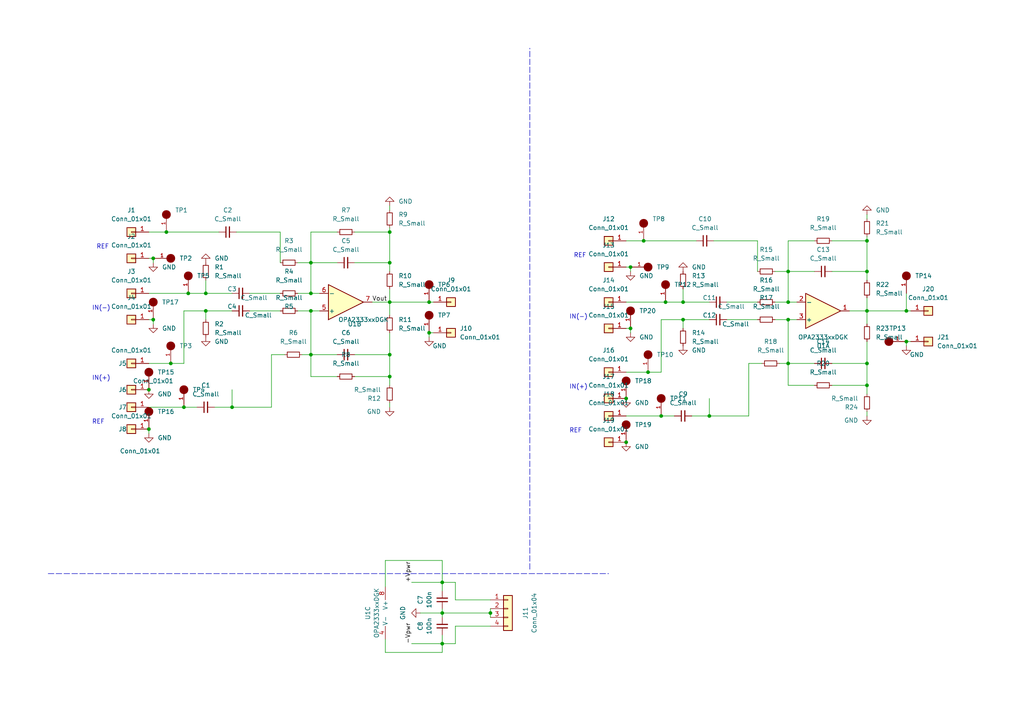
<source format=kicad_sch>
(kicad_sch (version 20211123) (generator eeschema)
  (paper "A4")
  (lib_symbols
    (symbol "Amplifier_Operational:OPA2333xxDGK" (pin_names (offset 0.127))
      (property "Reference" "U" (at 0 5.08 0))
      (property "Value" "OPA2333xxDGK" (at 0 -5.08 0))
      (symbol "OPA2333xxDGK_1_1"
        (polyline (pts (xy -5.08 5.08) (xy 5.08 0) (xy -5.08 -5.08) (xy -5.08 5.08)) (stroke (width 0.254)) (fill (type background)))
        (pin output line (at 7.62 0 180) (length 2.54) (name "~") (number "1"))
        (pin input line (at -7.62 -2.54 0) (length 2.54) (name "-") (number "2"))
        (pin input line (at -7.62 2.54 0) (length 2.54) (name "+") (number "3"))
      )
      (symbol "OPA2333xxDGK_2_1"
        (polyline (pts (xy -5.08 5.08) (xy 5.08 0) (xy -5.08 -5.08) (xy -5.08 5.08)) (stroke (width 0.254)) (fill (type background)))
        (pin input line (at -7.62 2.54 0) (length 2.54) (name "+") (number "5"))
        (pin input line (at -7.62 -2.54 0) (length 2.54) (name "-") (number "6"))
        (pin output line (at 7.62 0 180) (length 2.54) (name "~") (number "7"))
      )
      (symbol "OPA2333xxDGK_3_1"
        (pin power_in line (at -2.54 -7.62 90) (length 3.81) (name "V-") (number "4"))
        (pin power_in line (at -2.54 7.62 270) (length 3.81) (name "V+") (number "8"))
      )
    )
    (symbol "Connector_Generic:Conn_01x01" (pin_names (offset 1.016) hide)
      (property "Reference" "J" (at 0 2.54 0))
      (property "Value" "Conn_01x01" (at 0 -2.54 0))
      (symbol "Conn_01x01_1_1"
        (rectangle (start -1.27 0.127) (end 0 -0.127) (stroke (width 0.1524)))
        (rectangle (start -1.27 1.27) (end 1.27 -1.27) (stroke (width 0.254)) (fill (type background)))
        (pin passive line (at -5.08 0 0) (length 3.81) (name "Pin_1") (number "1"))
      )
    )
    (symbol "Connector_Generic:Conn_01x04" (pin_names (offset 1.016) hide)
      (property "Reference" "J" (at 0 5.08 0))
      (property "Value" "Conn_01x04" (at 0 -7.62 0))
      (symbol "Conn_01x04_1_1"
        (rectangle (start -1.27 -4.953) (end 0 -5.207) (stroke (width 0.1524)))
        (rectangle (start -1.27 -2.413) (end 0 -2.667) (stroke (width 0.1524)))
        (rectangle (start -1.27 0.127) (end 0 -0.127) (stroke (width 0.1524)))
        (rectangle (start -1.27 2.667) (end 0 2.413) (stroke (width 0.1524)))
        (rectangle (start -1.27 3.81) (end 1.27 -6.35) (stroke (width 0.254)) (fill (type background)))
        (pin passive line (at -5.08 2.54 0) (length 3.81) (name "Pin_1") (number "1"))
        (pin passive line (at -5.08 0 0) (length 3.81) (name "Pin_2") (number "2"))
        (pin passive line (at -5.08 -2.54 0) (length 3.81) (name "Pin_3") (number "3"))
        (pin passive line (at -5.08 -5.08 0) (length 3.81) (name "Pin_4") (number "4"))
      )
    )
    (symbol "Device:C_Small" (pin_numbers hide) (pin_names (offset 0.254) hide)
      (property "Reference" "C" (at 0.254 1.778 0))
      (property "Value" "C_Small" (at 0.254 -2.032 0))
      (symbol "C_Small_0_1"
        (polyline (pts (xy -1.524 -0.508) (xy 1.524 -0.508)) (stroke (width 0.3302)))
        (polyline (pts (xy -1.524 0.508) (xy 1.524 0.508)) (stroke (width 0.3048)))
      )
      (symbol "C_Small_1_1"
        (pin passive line (at 0 2.54 270) (length 2.032) (name "~") (number "1"))
        (pin passive line (at 0 -2.54 90) (length 2.032) (name "~") (number "2"))
      )
    )
    (symbol "Device:R_Small" (pin_numbers hide) (pin_names (offset 0.254) hide)
      (property "Reference" "R" (at 0.762 0.508 0))
      (property "Value" "R_Small" (at 0.762 -1.016 0))
      (symbol "R_Small_0_1"
        (rectangle (start -0.762 1.778) (end 0.762 -1.778) (stroke (width 0.2032)))
      )
      (symbol "R_Small_1_1"
        (pin passive line (at 0 2.54 270) (length 0.762) (name "~") (number "1"))
        (pin passive line (at 0 -2.54 90) (length 0.762) (name "~") (number "2"))
      )
    )
    (symbol "MyLib:RCWCTE" (pin_names (offset 1.016))
      (property "Reference" "TP" (at -2.5444 2.5415 0))
      (property "Value" "RCWCTE" (at -2.55 -5.0866 0))
      (symbol "RCWCTE_0_0"
        (circle (center 0 0) (radius 0.635) (stroke (width 1.27)))
        (pin passive line (at -5.08 0 0) (length 5.08) (name "~") (number "1"))
      )
    )
    (symbol "power:GND" (power) (pin_names (offset 0))
      (property "Value" "GND" (at 0 -3.81 0))
      (symbol "GND_0_1"
        (polyline (pts (xy 0 0) (xy 0 -1.27) (xy 1.27 -1.27) (xy 0 -2.54) (xy -1.27 -1.27) (xy 0 -1.27)))
      )
      (symbol "GND_1_1"
        (pin power_in line (at 0 0 270) (length 0) hide (name "GND") (number "1"))
      )
    )
  )
  (junction (at 228.6 78.74))
  (junction (at 59.69 85.09))
  (junction (at 228.6 105.41))
  (junction (at 59.69 90.17))
  (junction (at 205.74 120.65))
  (junction (at 182.88 95.25))
  (junction (at 142.24 177.8))
  (junction (at 90.17 90.17))
  (junction (at 198.12 87.63))
  (junction (at 181.61 128.27))
  (junction (at 251.46 78.74))
  (junction (at 90.17 102.87))
  (junction (at 113.03 109.22))
  (junction (at 198.12 92.71))
  (junction (at 90.17 85.09))
  (junction (at 128.27 168.91))
  (junction (at 128.27 186.69))
  (junction (at 44.45 74.93))
  (junction (at 113.03 87.63))
  (junction (at 113.03 76.2))
  (junction (at 113.03 67.31))
  (junction (at 251.46 69.85))
  (junction (at 228.6 92.71))
  (junction (at 67.31 118.11))
  (junction (at 186.69 69.85))
  (junction (at 124.46 87.63))
  (junction (at 182.88 77.47))
  (junction (at 193.04 87.63))
  (junction (at 113.03 102.87))
  (junction (at 43.18 113.03))
  (junction (at 44.45 92.71))
  (junction (at 181.61 115.57))
  (junction (at 124.46 96.52))
  (junction (at 54.61 85.09))
  (junction (at 43.18 124.46))
  (junction (at 262.89 99.06))
  (junction (at 90.17 76.2))
  (junction (at 251.46 105.41))
  (junction (at 187.96 107.95))
  (junction (at 251.46 111.76))
  (junction (at 191.77 120.65))
  (junction (at 53.34 118.11))
  (junction (at 49.53 105.41))
  (junction (at 228.6 87.63))
  (junction (at 251.46 90.17))
  (junction (at 48.26 67.31))
  (junction (at 128.27 177.8))
  (junction (at 262.89 90.17))
  (wire (pts (xy 90.17 102.87) (xy 90.17 90.17)))
  (wire (pts (xy 205.74 92.71) (xy 198.12 92.71)))
  (wire (pts (xy 181.61 77.47) (xy 182.88 77.47)))
  (wire (pts (xy 113.03 109.22) (xy 113.03 102.87)))
  (wire (pts (xy 224.79 78.74) (xy 228.6 78.74)))
  (wire (pts (xy 53.34 90.17) (xy 59.69 90.17)))
  (wire (pts (xy 102.87 102.87) (xy 113.03 102.87)))
  (wire (pts (xy 210.82 87.63) (xy 219.71 87.63)))
  (wire (pts (xy 113.03 66.04) (xy 113.03 67.31)))
  (wire (pts (xy 48.26 67.31) (xy 63.5 67.31)))
  (wire (pts (xy 132.08 181.61) (xy 142.24 181.61)))
  (wire (pts (xy 128.27 171.45) (xy 128.27 168.91)))
  (wire (pts (xy 102.87 109.22) (xy 113.03 109.22)))
  (wire (pts (xy 128.27 177.8) (xy 142.24 177.8)))
  (wire (pts (xy 251.46 86.36) (xy 251.46 90.17)))
  (wire (pts (xy 62.23 118.11) (xy 67.31 118.11)))
  (wire (pts (xy 251.46 111.76) (xy 251.46 114.3)))
  (wire (pts (xy 90.17 102.87) (xy 97.79 102.87)))
  (wire (pts (xy 200.66 120.65) (xy 205.74 120.65)))
  (wire (pts (xy 87.63 102.87) (xy 90.17 102.87)))
  (wire (pts (xy 111.76 162.56) (xy 128.27 162.56)))
  (wire (pts (xy 236.22 69.85) (xy 228.6 69.85)))
  (wire (pts (xy 43.18 92.71) (xy 44.45 92.71)))
  (wire (pts (xy 125.73 96.52) (xy 124.46 96.52)))
  (wire (pts (xy 193.04 87.63) (xy 198.12 87.63)))
  (wire (pts (xy 210.82 92.71) (xy 219.71 92.71)))
  (wire (pts (xy 142.24 179.07) (xy 142.24 177.8)))
  (wire (pts (xy 78.74 102.87) (xy 82.55 102.87)))
  (wire (pts (xy 228.6 69.85) (xy 228.6 78.74)))
  (wire (pts (xy 67.31 113.03) (xy 67.31 118.11)))
  (wire (pts (xy 43.18 105.41) (xy 49.53 105.41)))
  (wire (pts (xy 198.12 92.71) (xy 198.12 95.25)))
  (wire (pts (xy 90.17 76.2) (xy 90.17 85.09)))
  (wire (pts (xy 187.96 107.95) (xy 191.77 107.95)))
  (wire (pts (xy 121.92 177.8) (xy 128.27 177.8)))
  (wire (pts (xy 205.74 115.57) (xy 205.74 120.65)))
  (wire (pts (xy 181.61 69.85) (xy 186.69 69.85)))
  (wire (pts (xy 44.45 74.93) (xy 44.45 76.2)))
  (wire (pts (xy 86.36 90.17) (xy 90.17 90.17)))
  (wire (pts (xy 228.6 105.41) (xy 236.22 105.41)))
  (wire (pts (xy 44.45 92.71) (xy 44.45 93.98)))
  (wire (pts (xy 128.27 186.69) (xy 132.08 186.69)))
  (wire (pts (xy 251.46 90.17) (xy 246.38 90.17)))
  (wire (pts (xy 113.03 87.63) (xy 107.95 87.63)))
  (wire (pts (xy 191.77 120.65) (xy 195.58 120.65)))
  (wire (pts (xy 132.08 173.99) (xy 132.08 168.91)))
  (wire (pts (xy 102.87 67.31) (xy 113.03 67.31)))
  (wire (pts (xy 43.18 85.09) (xy 54.61 85.09)))
  (wire (pts (xy 191.77 92.71) (xy 198.12 92.71)))
  (wire (pts (xy 113.03 102.87) (xy 113.03 96.52)))
  (wire (pts (xy 113.03 59.69) (xy 113.03 60.96)))
  (wire (pts (xy 251.46 62.23) (xy 251.46 63.5)))
  (wire (pts (xy 207.01 69.85) (xy 219.71 69.85)))
  (wire (pts (xy 81.28 67.31) (xy 81.28 76.2)))
  (wire (pts (xy 224.79 92.71) (xy 228.6 92.71)))
  (wire (pts (xy 49.53 105.41) (xy 53.34 105.41)))
  (wire (pts (xy 113.03 76.2) (xy 113.03 78.74)))
  (wire (pts (xy 67.31 90.17) (xy 59.69 90.17)))
  (wire (pts (xy 128.27 179.07) (xy 128.27 177.8)))
  (polyline (pts (xy 13.97 166.37) (xy 176.53 166.37)))
  (wire (pts (xy 113.03 87.63) (xy 124.46 87.63)))
  (wire (pts (xy 111.76 185.42) (xy 111.76 189.23)))
  (wire (pts (xy 86.36 85.09) (xy 90.17 85.09)))
  (wire (pts (xy 132.08 173.99) (xy 142.24 173.99)))
  (wire (pts (xy 251.46 68.58) (xy 251.46 69.85)))
  (wire (pts (xy 59.69 90.17) (xy 59.69 92.71)))
  (wire (pts (xy 124.46 87.63) (xy 125.73 87.63)))
  (wire (pts (xy 198.12 87.63) (xy 205.74 87.63)))
  (wire (pts (xy 86.36 76.2) (xy 90.17 76.2)))
  (wire (pts (xy 228.6 92.71) (xy 231.14 92.71)))
  (wire (pts (xy 251.46 111.76) (xy 251.46 105.41)))
  (wire (pts (xy 113.03 67.31) (xy 113.03 76.2)))
  (wire (pts (xy 43.18 124.46) (xy 43.18 125.73)))
  (wire (pts (xy 111.76 170.18) (xy 111.76 162.56)))
  (wire (pts (xy 119.38 186.69) (xy 128.27 186.69)))
  (wire (pts (xy 43.18 67.31) (xy 48.26 67.31)))
  (wire (pts (xy 217.17 120.65) (xy 217.17 105.41)))
  (wire (pts (xy 228.6 111.76) (xy 228.6 105.41)))
  (wire (pts (xy 119.38 168.91) (xy 128.27 168.91)))
  (wire (pts (xy 241.3 111.76) (xy 251.46 111.76)))
  (wire (pts (xy 59.69 85.09) (xy 67.31 85.09)))
  (wire (pts (xy 186.69 69.85) (xy 201.93 69.85)))
  (wire (pts (xy 59.69 81.28) (xy 59.69 85.09)))
  (wire (pts (xy 128.27 186.69) (xy 128.27 184.15)))
  (wire (pts (xy 217.17 105.41) (xy 220.98 105.41)))
  (wire (pts (xy 262.89 85.09) (xy 262.89 90.17)))
  (wire (pts (xy 53.34 118.11) (xy 57.15 118.11)))
  (wire (pts (xy 228.6 87.63) (xy 231.14 87.63)))
  (wire (pts (xy 113.03 109.22) (xy 113.03 111.76)))
  (wire (pts (xy 228.6 105.41) (xy 228.6 92.71)))
  (wire (pts (xy 90.17 85.09) (xy 92.71 85.09)))
  (wire (pts (xy 228.6 78.74) (xy 228.6 87.63)))
  (wire (pts (xy 241.3 105.41) (xy 251.46 105.41)))
  (wire (pts (xy 236.22 111.76) (xy 228.6 111.76)))
  (wire (pts (xy 251.46 105.41) (xy 251.46 99.06)))
  (wire (pts (xy 90.17 67.31) (xy 90.17 76.2)))
  (wire (pts (xy 67.31 118.11) (xy 78.74 118.11)))
  (wire (pts (xy 241.3 69.85) (xy 251.46 69.85)))
  (wire (pts (xy 219.71 69.85) (xy 219.71 78.74)))
  (wire (pts (xy 224.79 87.63) (xy 228.6 87.63)))
  (wire (pts (xy 54.61 85.09) (xy 59.69 85.09)))
  (wire (pts (xy 132.08 181.61) (xy 132.08 186.69)))
  (wire (pts (xy 53.34 105.41) (xy 53.34 90.17)))
  (wire (pts (xy 90.17 90.17) (xy 92.71 90.17)))
  (wire (pts (xy 262.89 90.17) (xy 264.16 90.17)))
  (wire (pts (xy 251.46 93.98) (xy 251.46 90.17)))
  (wire (pts (xy 182.88 77.47) (xy 182.88 78.74)))
  (wire (pts (xy 97.79 76.2) (xy 90.17 76.2)))
  (wire (pts (xy 72.39 85.09) (xy 81.28 85.09)))
  (wire (pts (xy 90.17 109.22) (xy 90.17 102.87)))
  (wire (pts (xy 251.46 119.38) (xy 251.46 120.65)))
  (wire (pts (xy 251.46 78.74) (xy 251.46 81.28)))
  (wire (pts (xy 262.89 99.06) (xy 262.89 100.33)))
  (wire (pts (xy 68.58 67.31) (xy 81.28 67.31)))
  (wire (pts (xy 182.88 95.25) (xy 182.88 96.52)))
  (wire (pts (xy 264.16 99.06) (xy 262.89 99.06)))
  (wire (pts (xy 181.61 107.95) (xy 187.96 107.95)))
  (polyline (pts (xy 153.67 165.1) (xy 153.67 13.97)))
  (wire (pts (xy 181.61 120.65) (xy 191.77 120.65)))
  (wire (pts (xy 113.03 116.84) (xy 113.03 118.11)))
  (wire (pts (xy 128.27 177.8) (xy 128.27 176.53)))
  (wire (pts (xy 113.03 83.82) (xy 113.03 87.63)))
  (wire (pts (xy 236.22 78.74) (xy 228.6 78.74)))
  (wire (pts (xy 102.87 76.2) (xy 113.03 76.2)))
  (wire (pts (xy 124.46 96.52) (xy 124.46 97.79)))
  (wire (pts (xy 181.61 95.25) (xy 182.88 95.25)))
  (wire (pts (xy 128.27 162.56) (xy 128.27 168.91)))
  (wire (pts (xy 78.74 118.11) (xy 78.74 102.87)))
  (wire (pts (xy 113.03 91.44) (xy 113.03 87.63)))
  (wire (pts (xy 97.79 67.31) (xy 90.17 67.31)))
  (wire (pts (xy 191.77 107.95) (xy 191.77 92.71)))
  (wire (pts (xy 142.24 177.8) (xy 142.24 176.53)))
  (wire (pts (xy 251.46 90.17) (xy 262.89 90.17)))
  (wire (pts (xy 111.76 189.23) (xy 128.27 189.23)))
  (wire (pts (xy 181.61 87.63) (xy 193.04 87.63)))
  (wire (pts (xy 198.12 83.82) (xy 198.12 87.63)))
  (wire (pts (xy 251.46 69.85) (xy 251.46 78.74)))
  (wire (pts (xy 43.18 118.11) (xy 53.34 118.11)))
  (wire (pts (xy 205.74 120.65) (xy 217.17 120.65)))
  (wire (pts (xy 72.39 90.17) (xy 81.28 90.17)))
  (wire (pts (xy 97.79 109.22) (xy 90.17 109.22)))
  (wire (pts (xy 128.27 189.23) (xy 128.27 186.69)))
  (wire (pts (xy 241.3 78.74) (xy 251.46 78.74)))
  (wire (pts (xy 128.27 168.91) (xy 132.08 168.91)))
  (wire (pts (xy 226.06 105.41) (xy 228.6 105.41)))
  (wire (pts (xy 43.18 74.93) (xy 44.45 74.93)))
  (text "IN(-)" (at 165.1 92.71 0) (effects (font (size 1.27 1.27)) (justify left bottom)))
  (text "IN(+)\n" (at 165.1 113.03 0) (effects (font (size 1.27 1.27)) (justify left bottom)))
  (text "IN(-)" (at 26.67 90.17 0) (effects (font (size 1.27 1.27)) (justify left bottom)))
  (text "REF" (at 166.37 74.93 0) (effects (font (size 1.27 1.27)) (justify left bottom)))
  (text "REF" (at 27.94 72.39 0) (effects (font (size 1.27 1.27)) (justify left bottom)))
  (text "IN(+)\n" (at 26.67 110.49 0) (effects (font (size 1.27 1.27)) (justify left bottom)))
  (text "REF" (at 26.67 123.19 0) (effects (font (size 1.27 1.27)) (justify left bottom)))
  (text "REF" (at 165.1 125.73 0) (effects (font (size 1.27 1.27)) (justify left bottom)))
  (label "-Vpwr" (at 119.38 186.69 90))
  (label "+Vpwr" (at 119.38 168.91 90))
  (label "Vout" (at 107.95 87.63 0))
  (symbol (lib_id "Amplifier_Operational:OPA2333xxDGK") (at 114.3 177.8 0) (unit 3)
    (property "Reference" "U1" (at 106.68 177.8 90))
    (property "Value" "OPA2333xxDGK" (at 109.22 177.8 90))
    (property "Footprint" "Package_SO:TSSOP-8_3x3mm_P0.65mm" (effects hide))
    (property "Datasheet" "http://www.ti.com/lit/ds/symlink/opa333.pdf" (effects hide))
  )
  (symbol (lib_id "Connector_Generic:Conn_01x01") (at 176.53 120.65 180) (unit 1)
    (property "Reference" "J18" (at 176.53 114.3 0))
    (property "Value" "Conn_01x01" (at 176.53 116.84 0))
    (property "Footprint" "TestPoint:TestPoint_THTPad_2.0x2.0mm_Drill1.0mm" (effects hide))
  )
  (symbol (lib_id "Device:R_Small") (at 83.82 85.09 270) (unit 1)
    (property "Reference" "R4" (at 83.82 78.74 90))
    (property "Value" "R_Small" (at 83.82 81.28 90))
    (property "Footprint" "Resistor_SMD:R_0805_2012Metric_Pad1.20x1.40mm_HandSolder" (effects hide))
  )
  (symbol (lib_id "power:GND") (at 43.18 125.73 0) (unit 1)
    (property "Reference" "#PWR02" (effects hide))
    (property "Value" "GND" (at 45.72 126.9999 0) (effects (justify left)))
  )
  (symbol (lib_id "power:GND") (at 43.18 113.03 0) (unit 1)
    (property "Reference" "#PWR01" (effects hide))
    (property "Value" "GND" (at 45.72 114.2999 0) (effects (justify left)))
  )
  (symbol (lib_id "Connector_Generic:Conn_01x01") (at 176.53 87.63 180) (unit 1)
    (property "Reference" "J14" (at 176.53 81.28 0))
    (property "Value" "Conn_01x01" (at 176.53 83.82 0))
    (property "Footprint" "TestPoint:TestPoint_THTPad_2.0x2.0mm_Drill1.0mm" (effects hide))
  )
  (symbol (lib_id "MyLib:RCWCTE") (at 49.53 100.33 90) (unit 1)
    (property "Reference" "TP3" (at 52.07 100.3299 90) (effects (justify right)))
    (property "Value" "RCWCTE" (effects hide))
    (property "Footprint" "MyLib:TP420X150" (effects hide))
    (property "STANDARD" "Manufacturer Recommendations" (effects hide))
    (property "PARTREV" "1/06/14" (effects hide))
    (property "MAXIMUM_PACKAGE_HEIGHT" "2 mm" (effects hide))
    (property "MANUFACTURER" "KOA Speer" (effects hide))
    (property "SNAPEDA_PN" "RCWCTE" (effects hide))
  )
  (symbol (lib_id "Connector_Generic:Conn_01x04") (at 147.32 176.53 0) (unit 1)
    (property "Reference" "J11" (at 152.4 177.8 90))
    (property "Value" "Conn_01x04" (at 154.94 177.8 90))
    (property "Footprint" "Connector_PinHeader_2.54mm:PinHeader_1x04_P2.54mm_Vertical" (effects hide))
  )
  (symbol (lib_id "Connector_Generic:Conn_01x01") (at 176.53 107.95 180) (unit 1)
    (property "Reference" "J16" (at 176.53 101.6 0))
    (property "Value" "Conn_01x01" (at 176.53 104.14 0))
    (property "Footprint" "TestPoint:TestPoint_THTPad_2.0x2.0mm_Drill1.0mm" (effects hide))
  )
  (symbol (lib_id "Device:R_Small") (at 238.76 111.76 90) (unit 1)
    (property "Reference" "R20" (at 238.76 105.41 90))
    (property "Value" "R_Small" (at 238.76 107.95 90))
    (property "Footprint" "Resistor_SMD:R_0805_2012Metric_Pad1.20x1.40mm_HandSolder" (effects hide))
  )
  (symbol (lib_id "MyLib:RCWCTE") (at 124.46 82.55 90) (unit 1)
    (property "Reference" "TP6" (at 127 82.5499 90) (effects (justify right)))
    (property "Value" "RCWCTE" (effects hide))
    (property "Footprint" "MyLib:TP420X150" (effects hide))
    (property "STANDARD" "Manufacturer Recommendations" (effects hide))
    (property "PARTREV" "1/06/14" (effects hide))
    (property "MAXIMUM_PACKAGE_HEIGHT" "2 mm" (effects hide))
    (property "MANUFACTURER" "KOA Speer" (effects hide))
    (property "SNAPEDA_PN" "RCWCTE" (effects hide))
  )
  (symbol (lib_id "MyLib:RCWCTE") (at 181.61 110.49 90) (unit 1)
    (property "Reference" "TP18" (at 184.15 110.4899 90) (effects (justify right)))
    (property "Value" "RCWCTE" (effects hide))
    (property "Footprint" "MyLib:TP420X150" (effects hide))
    (property "STANDARD" "Manufacturer Recommendations" (effects hide))
    (property "PARTREV" "1/06/14" (effects hide))
    (property "MAXIMUM_PACKAGE_HEIGHT" "2 mm" (effects hide))
    (property "MANUFACTURER" "KOA Speer" (effects hide))
    (property "SNAPEDA_PN" "RCWCTE" (effects hide))
  )
  (symbol (lib_id "Connector_Generic:Conn_01x01") (at 176.53 77.47 180) (unit 1)
    (property "Reference" "J13" (at 176.53 71.12 0))
    (property "Value" "Conn_01x01" (at 176.53 73.66 0))
    (property "Footprint" "TestPoint:TestPoint_THTPad_D2.0mm_Drill1.0mm" (effects hide))
  )
  (symbol (lib_id "Connector_Generic:Conn_01x01") (at 38.1 67.31 180) (unit 1)
    (property "Reference" "J1" (at 38.1 60.96 0))
    (property "Value" "Conn_01x01" (at 38.1 63.5 0))
    (property "Footprint" "TestPoint:TestPoint_THTPad_2.0x2.0mm_Drill1.0mm" (effects hide))
  )
  (symbol (lib_id "Device:R_Small") (at 222.25 87.63 270) (unit 1)
    (property "Reference" "R16" (at 222.25 81.28 90))
    (property "Value" "R_Small" (at 222.25 83.82 90))
    (property "Footprint" "Resistor_SMD:R_0805_2012Metric_Pad1.20x1.40mm_HandSolder" (effects hide))
  )
  (symbol (lib_id "Device:C_Small") (at 100.33 76.2 90) (unit 1)
    (property "Reference" "C5" (at 100.3363 69.85 90))
    (property "Value" "C_Small" (at 100.3363 72.39 90))
    (property "Footprint" "Capacitor_SMD:C_0805_2012Metric_Pad1.18x1.45mm_HandSolder" (effects hide))
  )
  (symbol (lib_id "MyLib:RCWCTE") (at 44.45 87.63 90) (unit 1)
    (property "Reference" "TP17" (at 46.99 87.6299 90) (effects (justify right)))
    (property "Value" "RCWCTE" (effects hide))
    (property "Footprint" "MyLib:TP420X150" (effects hide))
    (property "STANDARD" "Manufacturer Recommendations" (effects hide))
    (property "PARTREV" "1/06/14" (effects hide))
    (property "MAXIMUM_PACKAGE_HEIGHT" "2 mm" (effects hide))
    (property "MANUFACTURER" "KOA Speer" (effects hide))
    (property "SNAPEDA_PN" "RCWCTE" (effects hide))
  )
  (symbol (lib_id "Device:C_Small") (at 66.04 67.31 90) (unit 1)
    (property "Reference" "C2" (at 66.0463 60.96 90))
    (property "Value" "C_Small" (at 66.0463 63.5 90))
    (property "Footprint" "Capacitor_SMD:C_0805_2012Metric_Pad1.18x1.45mm_HandSolder" (effects hide))
  )
  (symbol (lib_id "Device:R_Small") (at 113.03 114.3 0) (unit 1)
    (property "Reference" "R12" (at 110.49 115.5701 0) (effects (justify right)))
    (property "Value" "R_Small" (at 110.49 113.0301 0) (effects (justify right)))
    (property "Footprint" "Resistor_SMD:R_0805_2012Metric_Pad1.20x1.40mm_HandSolder" (effects hide))
  )
  (symbol (lib_id "power:GND") (at 198.12 100.33 0) (unit 1)
    (property "Reference" "#PWR016" (effects hide))
    (property "Value" "GND" (at 200.66 101.5999 0) (effects (justify left)))
  )
  (symbol (lib_id "power:GND") (at 59.69 76.2 180) (unit 1)
    (property "Reference" "#PWR05" (effects hide))
    (property "Value" "GND" (at 62.23 74.9299 0) (effects (justify right)))
  )
  (symbol (lib_id "Device:C_Small") (at 69.85 85.09 90) (unit 1)
    (property "Reference" "C3" (at 67.31 83.82 90))
    (property "Value" "C_Small" (at 73.66 86.36 90))
    (property "Footprint" "Capacitor_SMD:C_0805_2012Metric_Pad1.18x1.45mm_HandSolder" (effects hide))
  )
  (symbol (lib_id "Device:R_Small") (at 198.12 81.28 180) (unit 1)
    (property "Reference" "R13" (at 200.66 80.0099 0) (effects (justify right)))
    (property "Value" "R_Small" (at 200.66 82.5499 0) (effects (justify right)))
    (property "Footprint" "Resistor_SMD:R_0805_2012Metric_Pad1.20x1.40mm_HandSolder" (effects hide))
  )
  (symbol (lib_id "Connector_Generic:Conn_01x01") (at 269.24 90.17 0) (mirror x) (unit 1)
    (property "Reference" "J20" (at 269.24 83.82 0))
    (property "Value" "Conn_01x01" (at 269.24 86.36 0))
    (property "Footprint" "TestPoint:TestPoint_THTPad_2.0x2.0mm_Drill1.0mm" (effects hide))
  )
  (symbol (lib_id "Device:C_Small") (at 208.28 87.63 90) (unit 1)
    (property "Reference" "C11" (at 205.74 86.36 90))
    (property "Value" "C_Small" (at 212.09 88.9 90))
    (property "Footprint" "Capacitor_SMD:C_0805_2012Metric_Pad1.18x1.45mm_HandSolder" (effects hide))
  )
  (symbol (lib_id "power:GND") (at 113.03 59.69 180) (unit 1)
    (property "Reference" "#PWR07" (effects hide))
    (property "Value" "GND" (at 115.57 58.4199 0) (effects (justify right)))
  )
  (symbol (lib_id "MyLib:RCWCTE") (at 257.81 99.06 180) (unit 1)
    (property "Reference" "TP13" (at 260.35 95.25 0))
    (property "Value" "RCWCTE" (effects hide))
    (property "Footprint" "MyLib:TP420X150" (effects hide))
    (property "STANDARD" "Manufacturer Recommendations" (effects hide))
    (property "PARTREV" "1/06/14" (effects hide))
    (property "MAXIMUM_PACKAGE_HEIGHT" "2 mm" (effects hide))
    (property "MANUFACTURER" "KOA Speer" (effects hide))
    (property "SNAPEDA_PN" "RCWCTE" (effects hide))
  )
  (symbol (lib_id "Device:R_Small") (at 59.69 78.74 180) (unit 1)
    (property "Reference" "R1" (at 62.23 77.4699 0) (effects (justify right)))
    (property "Value" "R_Small" (at 62.23 80.0099 0) (effects (justify right)))
    (property "Footprint" "Resistor_SMD:R_0805_2012Metric_Pad1.20x1.40mm_HandSolder" (effects hide))
  )
  (symbol (lib_id "power:GND") (at 251.46 120.65 0) (unit 1)
    (property "Reference" "#PWR018" (effects hide))
    (property "Value" "GND" (at 248.92 121.9201 0) (effects (justify right)))
  )
  (symbol (lib_id "Connector_Generic:Conn_01x01") (at 130.81 96.52 0) (unit 1)
    (property "Reference" "J10" (at 133.35 95.2499 0) (effects (justify left)))
    (property "Value" "Conn_01x01" (at 133.35 97.7899 0) (effects (justify left)))
    (property "Footprint" "TestPoint:TestPoint_THTPad_D2.0mm_Drill1.0mm" (effects hide))
  )
  (symbol (lib_id "Device:R_Small") (at 223.52 105.41 270) (unit 1)
    (property "Reference" "R18" (at 223.52 99.06 90))
    (property "Value" "R_Small" (at 223.52 101.6 90))
    (property "Footprint" "Resistor_SMD:R_0805_2012Metric_Pad1.20x1.40mm_HandSolder" (effects hide))
  )
  (symbol (lib_id "Connector_Generic:Conn_01x01") (at 38.1 74.93 180) (unit 1)
    (property "Reference" "J2" (at 38.1 68.58 0))
    (property "Value" "Conn_01x01" (at 38.1 71.12 0))
    (property "Footprint" "TestPoint:TestPoint_THTPad_D2.0mm_Drill1.0mm" (effects hide))
  )
  (symbol (lib_id "Connector_Generic:Conn_01x01") (at 38.1 124.46 180) (unit 1)
    (property "Reference" "J8" (at 35.56 124.46 0))
    (property "Value" "Conn_01x01" (at 40.64 130.81 0))
    (property "Footprint" "TestPoint:TestPoint_THTPad_D2.0mm_Drill1.0mm" (effects hide))
  )
  (symbol (lib_id "MyLib:RCWCTE") (at 191.77 115.57 90) (unit 1)
    (property "Reference" "TP11" (at 194.31 115.5699 90) (effects (justify right)))
    (property "Value" "RCWCTE" (effects hide))
    (property "Footprint" "MyLib:TP420X150" (effects hide))
    (property "STANDARD" "Manufacturer Recommendations" (effects hide))
    (property "PARTREV" "1/06/14" (effects hide))
    (property "MAXIMUM_PACKAGE_HEIGHT" "2 mm" (effects hide))
    (property "MANUFACTURER" "KOA Speer" (effects hide))
    (property "SNAPEDA_PN" "RCWCTE" (effects hide))
  )
  (symbol (lib_id "Device:C_Small") (at 100.33 102.87 90) (unit 1)
    (property "Reference" "C6" (at 100.3363 96.52 90))
    (property "Value" "C_Small" (at 100.3363 99.06 90))
    (property "Footprint" "Capacitor_SMD:C_0805_2012Metric_Pad1.18x1.45mm_HandSolder" (effects hide))
  )
  (symbol (lib_id "Connector_Generic:Conn_01x01") (at 176.53 115.57 180) (unit 1)
    (property "Reference" "J17" (at 176.53 109.22 0))
    (property "Value" "Conn_01x01" (at 176.53 111.76 0))
    (property "Footprint" "TestPoint:TestPoint_THTPad_D2.0mm_Drill1.0mm" (effects hide))
  )
  (symbol (lib_id "MyLib:RCWCTE") (at 262.89 80.01 90) (unit 1)
    (property "Reference" "TP14" (at 265.43 80.0099 90) (effects (justify right)))
    (property "Value" "RCWCTE" (effects hide))
    (property "Footprint" "MyLib:TP420X150" (effects hide))
    (property "STANDARD" "Manufacturer Recommendations" (effects hide))
    (property "PARTREV" "1/06/14" (effects hide))
    (property "MAXIMUM_PACKAGE_HEIGHT" "2 mm" (effects hide))
    (property "MANUFACTURER" "KOA Speer" (effects hide))
    (property "SNAPEDA_PN" "RCWCTE" (effects hide))
  )
  (symbol (lib_id "Device:C_Small") (at 128.27 173.99 180) (unit 1)
    (property "Reference" "C7" (at 121.92 173.9837 90))
    (property "Value" "100n" (at 124.46 173.9837 90))
    (property "Footprint" "Capacitor_SMD:C_0603_1608Metric" (effects hide))
  )
  (symbol (lib_id "MyLib:RCWCTE") (at 187.96 102.87 90) (unit 1)
    (property "Reference" "TP10" (at 190.5 102.8699 90) (effects (justify right)))
    (property "Value" "RCWCTE" (effects hide))
    (property "Footprint" "MyLib:TP420X150" (effects hide))
    (property "STANDARD" "Manufacturer Recommendations" (effects hide))
    (property "PARTREV" "1/06/14" (effects hide))
    (property "MAXIMUM_PACKAGE_HEIGHT" "2 mm" (effects hide))
    (property "MANUFACTURER" "KOA Speer" (effects hide))
    (property "SNAPEDA_PN" "RCWCTE" (effects hide))
  )
  (symbol (lib_id "Device:C_Small") (at 128.27 181.61 180) (unit 1)
    (property "Reference" "C8" (at 121.92 181.6037 90))
    (property "Value" "100n" (at 124.46 181.6037 90))
    (property "Footprint" "Capacitor_SMD:C_0603_1608Metric" (effects hide))
  )
  (symbol (lib_id "MyLib:RCWCTE") (at 43.18 107.95 90) (unit 1)
    (property "Reference" "TP15" (at 45.72 107.9499 90) (effects (justify right)))
    (property "Value" "RCWCTE" (effects hide))
    (property "Footprint" "MyLib:TP420X150" (effects hide))
    (property "STANDARD" "Manufacturer Recommendations" (effects hide))
    (property "PARTREV" "1/06/14" (effects hide))
    (property "MAXIMUM_PACKAGE_HEIGHT" "2 mm" (effects hide))
    (property "MANUFACTURER" "KOA Speer" (effects hide))
    (property "SNAPEDA_PN" "RCWCTE" (effects hide))
  )
  (symbol (lib_id "Connector_Generic:Conn_01x01") (at 130.81 87.63 0) (mirror x) (unit 1)
    (property "Reference" "J9" (at 130.81 81.28 0))
    (property "Value" "Conn_01x01" (at 130.81 83.82 0))
    (property "Footprint" "TestPoint:TestPoint_THTPad_2.0x2.0mm_Drill1.0mm" (effects hide))
  )
  (symbol (lib_id "Device:R_Small") (at 113.03 81.28 180) (unit 1)
    (property "Reference" "R10" (at 115.57 80.0099 0) (effects (justify right)))
    (property "Value" "R_Small" (at 115.57 82.5499 0) (effects (justify right)))
    (property "Footprint" "Resistor_SMD:R_0805_2012Metric_Pad1.20x1.40mm_HandSolder" (effects hide))
  )
  (symbol (lib_id "MyLib:RCWCTE") (at 53.34 113.03 90) (unit 1)
    (property "Reference" "TP4" (at 55.88 113.0299 90) (effects (justify right)))
    (property "Value" "RCWCTE" (effects hide))
    (property "Footprint" "MyLib:TP420X150" (effects hide))
    (property "STANDARD" "Manufacturer Recommendations" (effects hide))
    (property "PARTREV" "1/06/14" (effects hide))
    (property "MAXIMUM_PACKAGE_HEIGHT" "2 mm" (effects hide))
    (property "MANUFACTURER" "KOA Speer" (effects hide))
    (property "SNAPEDA_PN" "RCWCTE" (effects hide))
  )
  (symbol (lib_id "power:GND") (at 182.88 78.74 0) (unit 1)
    (property "Reference" "#PWR013" (effects hide))
    (property "Value" "GND" (at 185.42 80.0099 0) (effects (justify left)))
  )
  (symbol (lib_id "MyLib:RCWCTE") (at 186.69 64.77 90) (unit 1)
    (property "Reference" "TP8" (at 189.23 63.4999 90) (effects (justify right)))
    (property "Value" "RCWCTE" (effects hide))
    (property "Footprint" "MyLib:TP420X150" (effects hide))
    (property "STANDARD" "Manufacturer Recommendations" (effects hide))
    (property "PARTREV" "1/06/14" (effects hide))
    (property "MAXIMUM_PACKAGE_HEIGHT" "2 mm" (effects hide))
    (property "MANUFACTURER" "KOA Speer" (effects hide))
    (property "SNAPEDA_PN" "RCWCTE" (effects hide))
  )
  (symbol (lib_id "Connector_Generic:Conn_01x01") (at 38.1 113.03 180) (unit 1)
    (property "Reference" "J6" (at 35.56 113.03 0))
    (property "Value" "Conn_01x01" (at 44.45 110.49 0))
    (property "Footprint" "TestPoint:TestPoint_THTPad_D2.0mm_Drill1.0mm" (effects hide))
  )
  (symbol (lib_id "Device:R_Small") (at 113.03 93.98 180) (unit 1)
    (property "Reference" "R11" (at 115.57 92.7099 0) (effects (justify right)))
    (property "Value" "R_Small" (at 115.57 95.2499 0) (effects (justify right)))
    (property "Footprint" "Resistor_SMD:R_0805_2012Metric_Pad1.20x1.40mm_HandSolder" (effects hide))
  )
  (symbol (lib_id "Device:R_Small") (at 198.12 97.79 180) (unit 1)
    (property "Reference" "R14" (at 200.66 96.5199 0) (effects (justify right)))
    (property "Value" "R_Small" (at 200.66 99.0599 0) (effects (justify right)))
    (property "Footprint" "Resistor_SMD:R_0805_2012Metric_Pad1.20x1.40mm_HandSolder" (effects hide))
  )
  (symbol (lib_id "Device:R_Small") (at 251.46 66.04 180) (unit 1)
    (property "Reference" "R21" (at 254 64.7699 0) (effects (justify right)))
    (property "Value" "R_Small" (at 254 67.3099 0) (effects (justify right)))
    (property "Footprint" "Resistor_SMD:R_0805_2012Metric_Pad1.20x1.40mm_HandSolder" (effects hide))
  )
  (symbol (lib_id "Connector_Generic:Conn_01x01") (at 176.53 95.25 180) (unit 1)
    (property "Reference" "J15" (at 176.53 88.9 0))
    (property "Value" "Conn_01x01" (at 176.53 91.44 0))
    (property "Footprint" "TestPoint:TestPoint_THTPad_D2.0mm_Drill1.0mm" (effects hide))
  )
  (symbol (lib_id "Device:R_Small") (at 222.25 78.74 270) (unit 1)
    (property "Reference" "R15" (at 222.25 72.39 90))
    (property "Value" "R_Small" (at 222.25 74.93 90))
    (property "Footprint" "Resistor_SMD:R_0805_2012Metric_Pad1.20x1.40mm_HandSolder" (effects hide))
  )
  (symbol (lib_id "Device:C_Small") (at 198.12 120.65 90) (unit 1)
    (property "Reference" "C9" (at 198.1263 114.3 90))
    (property "Value" "C_Small" (at 198.1263 116.84 90))
    (property "Footprint" "Capacitor_SMD:C_0805_2012Metric_Pad1.18x1.45mm_HandSolder" (effects hide))
  )
  (symbol (lib_id "MyLib:RCWCTE") (at 49.53 74.93 0) (unit 1)
    (property "Reference" "TP2" (at 52.07 74.9299 0) (effects (justify left)))
    (property "Value" "RCWCTE" (effects hide))
    (property "Footprint" "MyLib:TP420X150" (effects hide))
    (property "STANDARD" "Manufacturer Recommendations" (effects hide))
    (property "PARTREV" "1/06/14" (effects hide))
    (property "MAXIMUM_PACKAGE_HEIGHT" "2 mm" (effects hide))
    (property "MANUFACTURER" "KOA Speer" (effects hide))
    (property "SNAPEDA_PN" "RCWCTE" (effects hide))
  )
  (symbol (lib_id "Device:R_Small") (at 238.76 69.85 90) (unit 1)
    (property "Reference" "R19" (at 238.76 63.5 90))
    (property "Value" "R_Small" (at 238.76 66.04 90))
    (property "Footprint" "Resistor_SMD:R_0805_2012Metric_Pad1.20x1.40mm_HandSolder" (effects hide))
  )
  (symbol (lib_id "Connector_Generic:Conn_01x01") (at 176.53 128.27 180) (unit 1)
    (property "Reference" "J19" (at 176.53 121.92 0))
    (property "Value" "Conn_01x01" (at 176.53 124.46 0))
    (property "Footprint" "TestPoint:TestPoint_THTPad_D2.0mm_Drill1.0mm" (effects hide))
  )
  (symbol (lib_id "power:GND") (at 44.45 93.98 0) (unit 1)
    (property "Reference" "#PWR04" (effects hide))
    (property "Value" "GND" (at 46.99 95.2499 0) (effects (justify left)))
  )
  (symbol (lib_id "power:GND") (at 59.69 97.79 0) (unit 1)
    (property "Reference" "#PWR06" (effects hide))
    (property "Value" "GND" (at 62.23 99.0599 0) (effects (justify left)))
  )
  (symbol (lib_id "Device:R_Small") (at 83.82 76.2 270) (unit 1)
    (property "Reference" "R3" (at 83.82 69.85 90))
    (property "Value" "R_Small" (at 83.82 72.39 90))
    (property "Footprint" "Resistor_SMD:R_0805_2012Metric_Pad1.20x1.40mm_HandSolder" (effects hide))
  )
  (symbol (lib_id "power:GND") (at 121.92 177.8 270) (unit 1)
    (property "Reference" "#PWR09" (effects hide))
    (property "Value" "GND" (at 116.84 177.8 0))
  )
  (symbol (lib_id "Device:R_Small") (at 85.09 102.87 270) (unit 1)
    (property "Reference" "R6" (at 85.09 96.52 90))
    (property "Value" "R_Small" (at 85.09 99.06 90))
    (property "Footprint" "Resistor_SMD:R_0805_2012Metric_Pad1.20x1.40mm_HandSolder" (effects hide))
  )
  (symbol (lib_id "Connector_Generic:Conn_01x01") (at 38.1 118.11 180) (unit 1)
    (property "Reference" "J7" (at 35.56 118.11 0))
    (property "Value" "Conn_01x01" (at 38.1 120.65 0))
    (property "Footprint" "TestPoint:TestPoint_THTPad_2.0x2.0mm_Drill1.0mm" (effects hide))
  )
  (symbol (lib_id "power:GND") (at 181.61 128.27 0) (unit 1)
    (property "Reference" "#PWR012" (effects hide))
    (property "Value" "GND" (at 184.15 129.5399 0) (effects (justify left)))
  )
  (symbol (lib_id "Connector_Generic:Conn_01x01") (at 176.53 69.85 180) (unit 1)
    (property "Reference" "J12" (at 176.53 63.5 0))
    (property "Value" "Conn_01x01" (at 176.53 66.04 0))
    (property "Footprint" "TestPoint:TestPoint_THTPad_2.0x2.0mm_Drill1.0mm" (effects hide))
  )
  (symbol (lib_id "Device:R_Small") (at 113.03 63.5 180) (unit 1)
    (property "Reference" "R9" (at 115.57 62.2299 0) (effects (justify right)))
    (property "Value" "R_Small" (at 115.57 64.7699 0) (effects (justify right)))
    (property "Footprint" "Resistor_SMD:R_0805_2012Metric_Pad1.20x1.40mm_HandSolder" (effects hide))
  )
  (symbol (lib_id "Connector_Generic:Conn_01x01") (at 38.1 92.71 180) (unit 1)
    (property "Reference" "J4" (at 38.1 86.36 0))
    (property "Value" "Conn_01x01" (at 38.1 88.9 0))
    (property "Footprint" "TestPoint:TestPoint_THTPad_D2.0mm_Drill1.0mm" (effects hide))
  )
  (symbol (lib_id "MyLib:RCWCTE") (at 124.46 91.44 90) (unit 1)
    (property "Reference" "TP7" (at 127 91.4399 90) (effects (justify right)))
    (property "Value" "RCWCTE" (effects hide))
    (property "Footprint" "MyLib:TP420X150" (effects hide))
    (property "STANDARD" "Manufacturer Recommendations" (effects hide))
    (property "PARTREV" "1/06/14" (effects hide))
    (property "MAXIMUM_PACKAGE_HEIGHT" "2 mm" (effects hide))
    (property "MANUFACTURER" "KOA Speer" (effects hide))
    (property "SNAPEDA_PN" "RCWCTE" (effects hide))
  )
  (symbol (lib_id "MyLib:RCWCTE") (at 181.61 123.19 90) (unit 1)
    (property "Reference" "TP19" (at 184.15 123.1899 90) (effects (justify right)))
    (property "Value" "RCWCTE" (effects hide))
    (property "Footprint" "MyLib:TP420X150" (effects hide))
    (property "STANDARD" "Manufacturer Recommendations" (effects hide))
    (property "PARTREV" "1/06/14" (effects hide))
    (property "MAXIMUM_PACKAGE_HEIGHT" "2 mm" (effects hide))
    (property "MANUFACTURER" "KOA Speer" (effects hide))
    (property "SNAPEDA_PN" "RCWCTE" (effects hide))
  )
  (symbol (lib_id "Device:R_Small") (at 100.33 67.31 90) (unit 1)
    (property "Reference" "R7" (at 100.33 60.96 90))
    (property "Value" "R_Small" (at 100.33 63.5 90))
    (property "Footprint" "Resistor_SMD:R_0805_2012Metric_Pad1.20x1.40mm_HandSolder" (effects hide))
  )
  (symbol (lib_id "power:GND") (at 181.61 115.57 0) (unit 1)
    (property "Reference" "#PWR011" (effects hide))
    (property "Value" "GND" (at 184.15 116.8399 0) (effects (justify left)))
  )
  (symbol (lib_id "MyLib:RCWCTE") (at 182.88 90.17 90) (unit 1)
    (property "Reference" "TP20" (at 185.42 90.1699 90) (effects (justify right)))
    (property "Value" "RCWCTE" (effects hide))
    (property "Footprint" "MyLib:TP420X150" (effects hide))
    (property "STANDARD" "Manufacturer Recommendations" (effects hide))
    (property "PARTREV" "1/06/14" (effects hide))
    (property "MAXIMUM_PACKAGE_HEIGHT" "2 mm" (effects hide))
    (property "MANUFACTURER" "KOA Speer" (effects hide))
    (property "SNAPEDA_PN" "RCWCTE" (effects hide))
  )
  (symbol (lib_id "power:GND") (at 262.89 100.33 0) (mirror y) (unit 1)
    (property "Reference" "#PWR019" (effects hide))
    (property "Value" "GND" (at 267.97 102.87 0) (effects (justify left)))
  )
  (symbol (lib_id "Device:R_Small") (at 251.46 96.52 180) (unit 1)
    (property "Reference" "R23" (at 254 95.2499 0) (effects (justify right)))
    (property "Value" "R_Small" (at 254 97.7899 0) (effects (justify right)))
    (property "Footprint" "Resistor_SMD:R_0805_2012Metric_Pad1.20x1.40mm_HandSolder" (effects hide))
  )
  (symbol (lib_id "MyLib:RCWCTE") (at 48.26 62.23 90) (unit 1)
    (property "Reference" "TP1" (at 50.8 60.9599 90) (effects (justify right)))
    (property "Value" "RCWCTE" (effects hide))
    (property "Footprint" "MyLib:TP420X150" (effects hide))
    (property "STANDARD" "Manufacturer Recommendations" (effects hide))
    (property "PARTREV" "1/06/14" (effects hide))
    (property "MAXIMUM_PACKAGE_HEIGHT" "2 mm" (effects hide))
    (property "MANUFACTURER" "KOA Speer" (effects hide))
    (property "SNAPEDA_PN" "RCWCTE" (effects hide))
  )
  (symbol (lib_id "Connector_Generic:Conn_01x01") (at 269.24 99.06 0) (unit 1)
    (property "Reference" "J21" (at 271.78 97.7899 0) (effects (justify left)))
    (property "Value" "Conn_01x01" (at 271.78 100.3299 0) (effects (justify left)))
    (property "Footprint" "TestPoint:TestPoint_THTPad_D2.0mm_Drill1.0mm" (effects hide))
  )
  (symbol (lib_id "Device:C_Small") (at 238.76 78.74 90) (unit 1)
    (property "Reference" "C13" (at 238.7663 72.39 90))
    (property "Value" "C_Small" (at 238.7663 74.93 90))
    (property "Footprint" "Capacitor_SMD:C_0805_2012Metric_Pad1.18x1.45mm_HandSolder" (effects hide))
  )
  (symbol (lib_id "Connector_Generic:Conn_01x01") (at 38.1 85.09 180) (unit 1)
    (property "Reference" "J3" (at 38.1 78.74 0))
    (property "Value" "Conn_01x01" (at 38.1 81.28 0))
    (property "Footprint" "TestPoint:TestPoint_THTPad_2.0x2.0mm_Drill1.0mm" (effects hide))
  )
  (symbol (lib_id "Connector_Generic:Conn_01x01") (at 38.1 105.41 180) (unit 1)
    (property "Reference" "J5" (at 35.56 105.41 0))
    (property "Value" "Conn_01x01" (at 38.1 101.6 0))
    (property "Footprint" "TestPoint:TestPoint_THTPad_2.0x2.0mm_Drill1.0mm" (effects hide))
  )
  (symbol (lib_id "Device:R_Small") (at 222.25 92.71 270) (unit 1)
    (property "Reference" "R17" (at 222.25 86.36 90))
    (property "Value" "R_Small" (at 222.25 88.9 90))
    (property "Footprint" "Resistor_SMD:R_0805_2012Metric_Pad1.20x1.40mm_HandSolder" (effects hide))
  )
  (symbol (lib_id "MyLib:RCWCTE") (at 54.61 80.01 90) (unit 1)
    (property "Reference" "TP5" (at 57.15 80.0099 90) (effects (justify right)))
    (property "Value" "RCWCTE" (effects hide))
    (property "Footprint" "MyLib:TP420X150" (effects hide))
    (property "STANDARD" "Manufacturer Recommendations" (effects hide))
    (property "PARTREV" "1/06/14" (effects hide))
    (property "MAXIMUM_PACKAGE_HEIGHT" "2 mm" (effects hide))
    (property "MANUFACTURER" "KOA Speer" (effects hide))
    (property "SNAPEDA_PN" "RCWCTE" (effects hide))
  )
  (symbol (lib_id "Device:C_Small") (at 238.76 105.41 90) (unit 1)
    (property "Reference" "C14" (at 238.7663 99.06 90))
    (property "Value" "C_Small" (at 238.7663 101.6 90))
    (property "Footprint" "Capacitor_SMD:C_0805_2012Metric_Pad1.18x1.45mm_HandSolder" (effects hide))
  )
  (symbol (lib_id "power:GND") (at 251.46 62.23 180) (unit 1)
    (property "Reference" "#PWR017" (effects hide))
    (property "Value" "GND" (at 254 60.9599 0) (effects (justify right)))
  )
  (symbol (lib_id "Device:C_Small") (at 204.47 69.85 90) (unit 1)
    (property "Reference" "C10" (at 204.4763 63.5 90))
    (property "Value" "C_Small" (at 204.4763 66.04 90))
    (property "Footprint" "Capacitor_SMD:C_0805_2012Metric_Pad1.18x1.45mm_HandSolder" (effects hide))
  )
  (symbol (lib_id "power:GND") (at 124.46 97.79 0) (mirror y) (unit 1)
    (property "Reference" "#PWR010" (effects hide))
    (property "Value" "GND" (at 129.54 100.33 0) (effects (justify left)))
  )
  (symbol (lib_id "Amplifier_Operational:OPA2333xxDGK") (at 100.33 87.63 0) (mirror x) (unit 2)
    (property "Reference" "U1" (at 102.87 93.98 0))
    (property "Value" "OPA2333xxDGK" (at 105.41 92.71 0))
    (property "Footprint" "Package_SO:TSSOP-8_3x3mm_P0.65mm" (effects hide))
    (property "Datasheet" "http://www.ti.com/lit/ds/symlink/opa333.pdf" (effects hide))
  )
  (symbol (lib_id "Device:R_Small") (at 251.46 116.84 0) (unit 1)
    (property "Reference" "R24" (at 248.92 118.1101 0) (effects (justify right)))
    (property "Value" "R_Small" (at 248.92 115.5701 0) (effects (justify right)))
    (property "Footprint" "Resistor_SMD:R_0805_2012Metric_Pad1.20x1.40mm_HandSolder" (effects hide))
  )
  (symbol (lib_id "Device:C_Small") (at 69.85 90.17 90) (unit 1)
    (property "Reference" "C4" (at 67.31 88.9 90))
    (property "Value" "C_Small" (at 74.93 91.44 90))
    (property "Footprint" "Capacitor_SMD:C_0805_2012Metric_Pad1.18x1.45mm_HandSolder" (effects hide))
  )
  (symbol (lib_id "power:GND") (at 182.88 96.52 0) (unit 1)
    (property "Reference" "#PWR014" (effects hide))
    (property "Value" "GND" (at 185.42 97.7899 0) (effects (justify left)))
  )
  (symbol (lib_id "MyLib:RCWCTE") (at 187.96 77.47 0) (unit 1)
    (property "Reference" "TP9" (at 190.5 77.4699 0) (effects (justify left)))
    (property "Value" "RCWCTE" (effects hide))
    (property "Footprint" "MyLib:TP420X150" (effects hide))
    (property "STANDARD" "Manufacturer Recommendations" (effects hide))
    (property "PARTREV" "1/06/14" (effects hide))
    (property "MAXIMUM_PACKAGE_HEIGHT" "2 mm" (effects hide))
    (property "MANUFACTURER" "KOA Speer" (effects hide))
    (property "SNAPEDA_PN" "RCWCTE" (effects hide))
  )
  (symbol (lib_id "power:GND") (at 44.45 76.2 0) (unit 1)
    (property "Reference" "#PWR03" (effects hide))
    (property "Value" "GND" (at 46.99 77.4699 0) (effects (justify left)))
  )
  (symbol (lib_id "power:GND") (at 198.12 78.74 180) (unit 1)
    (property "Reference" "#PWR015" (effects hide))
    (property "Value" "GND" (at 200.66 77.4699 0) (effects (justify right)))
  )
  (symbol (lib_id "Device:C_Small") (at 208.28 92.71 90) (unit 1)
    (property "Reference" "C12" (at 205.74 91.44 90))
    (property "Value" "C_Small" (at 213.36 93.98 90))
    (property "Footprint" "Capacitor_SMD:C_0805_2012Metric_Pad1.18x1.45mm_HandSolder" (effects hide))
  )
  (symbol (lib_id "Device:R_Small") (at 59.69 95.25 180) (unit 1)
    (property "Reference" "R2" (at 62.23 93.9799 0) (effects (justify right)))
    (property "Value" "R_Small" (at 62.23 96.5199 0) (effects (justify right)))
    (property "Footprint" "Resistor_SMD:R_0805_2012Metric_Pad1.20x1.40mm_HandSolder" (effects hide))
  )
  (symbol (lib_id "Device:R_Small") (at 100.33 109.22 90) (unit 1)
    (property "Reference" "R8" (at 100.33 102.87 90))
    (property "Value" "R_Small" (at 100.33 105.41 90))
    (property "Footprint" "Resistor_SMD:R_0805_2012Metric_Pad1.20x1.40mm_HandSolder" (effects hide))
  )
  (symbol (lib_id "MyLib:RCWCTE") (at 193.04 82.55 90) (unit 1)
    (property "Reference" "TP12" (at 195.58 82.5499 90) (effects (justify right)))
    (property "Value" "RCWCTE" (effects hide))
    (property "Footprint" "MyLib:TP420X150" (effects hide))
    (property "STANDARD" "Manufacturer Recommendations" (effects hide))
    (property "PARTREV" "1/06/14" (effects hide))
    (property "MAXIMUM_PACKAGE_HEIGHT" "2 mm" (effects hide))
    (property "MANUFACTURER" "KOA Speer" (effects hide))
    (property "SNAPEDA_PN" "RCWCTE" (effects hide))
  )
  (symbol (lib_id "Device:R_Small") (at 83.82 90.17 270) (unit 1)
    (property "Reference" "R5" (at 83.82 88.9 90))
    (property "Value" "R_Small" (at 83.82 86.36 90))
    (property "Footprint" "Resistor_SMD:R_0805_2012Metric_Pad1.20x1.40mm_HandSolder" (effects hide))
  )
  (symbol (lib_id "Amplifier_Operational:OPA2333xxDGK") (at 238.76 90.17 0) (mirror x) (unit 1)
    (property "Reference" "U1" (at 238.76 100.33 0))
    (property "Value" "OPA2333xxDGK" (at 238.76 97.79 0))
    (property "Footprint" "Package_SO:TSSOP-8_3x3mm_P0.65mm" (effects hide))
    (property "Datasheet" "http://www.ti.com/lit/ds/symlink/opa333.pdf" (effects hide))
  )
  (symbol (lib_id "MyLib:RCWCTE") (at 43.18 119.38 90) (unit 1)
    (property "Reference" "TP16" (at 45.72 119.3799 90) (effects (justify right)))
    (property "Value" "RCWCTE" (effects hide))
    (property "Footprint" "MyLib:TP420X150" (effects hide))
    (property "STANDARD" "Manufacturer Recommendations" (effects hide))
    (property "PARTREV" "1/06/14" (effects hide))
    (property "MAXIMUM_PACKAGE_HEIGHT" "2 mm" (effects hide))
    (property "MANUFACTURER" "KOA Speer" (effects hide))
    (property "SNAPEDA_PN" "RCWCTE" (effects hide))
  )
  (symbol (lib_id "Device:R_Small") (at 251.46 83.82 180) (unit 1)
    (property "Reference" "R22" (at 254 82.5499 0) (effects (justify right)))
    (property "Value" "R_Small" (at 254 85.0899 0) (effects (justify right)))
    (property "Footprint" "Resistor_SMD:R_0805_2012Metric_Pad1.20x1.40mm_HandSolder" (effects hide))
  )
  (symbol (lib_id "Device:C_Small") (at 59.69 118.11 90) (unit 1)
    (property "Reference" "C1" (at 59.6963 111.76 90))
    (property "Value" "C_Small" (at 59.6963 114.3 90))
    (property "Footprint" "Capacitor_SMD:C_0805_2012Metric_Pad1.18x1.45mm_HandSolder" (effects hide))
  )
  (symbol (lib_id "power:GND") (at 113.03 118.11 0) (unit 1)
    (property "Reference" "#PWR08" (effects hide))
    (property "Value" "GND" (at 110.49 119.3801 0) (effects (justify right)))
  )
)
</source>
